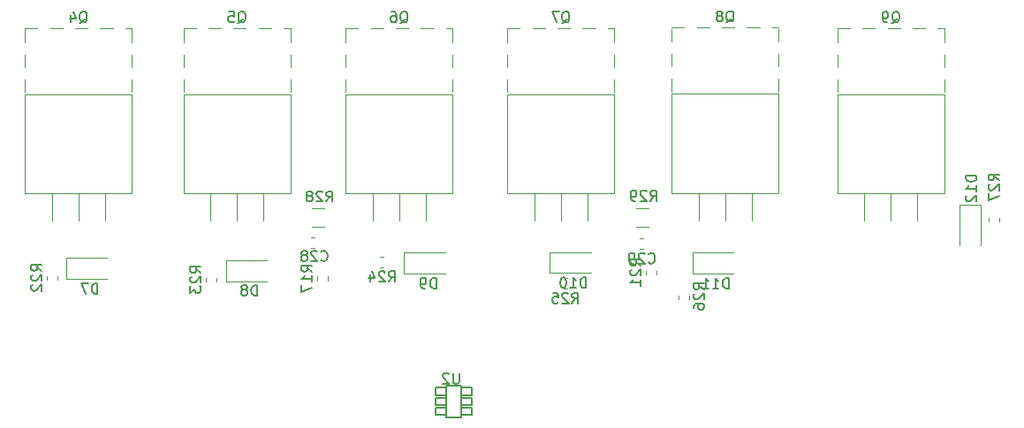
<source format=gbr>
G04 #@! TF.GenerationSoftware,KiCad,Pcbnew,(5.1.2)-1*
G04 #@! TF.CreationDate,2019-10-20T14:10:17-05:00*
G04 #@! TF.ProjectId,MotorController_Hardware,4d6f746f-7243-46f6-9e74-726f6c6c6572,rev?*
G04 #@! TF.SameCoordinates,Original*
G04 #@! TF.FileFunction,Legend,Bot*
G04 #@! TF.FilePolarity,Positive*
%FSLAX46Y46*%
G04 Gerber Fmt 4.6, Leading zero omitted, Abs format (unit mm)*
G04 Created by KiCad (PCBNEW (5.1.2)-1) date 2019-10-20 14:10:17*
%MOMM*%
%LPD*%
G04 APERTURE LIST*
%ADD10C,0.120000*%
%ADD11C,0.150000*%
G04 APERTURE END LIST*
D10*
X127350733Y-74674000D02*
X127693267Y-74674000D01*
X127350733Y-75694000D02*
X127693267Y-75694000D01*
X158846733Y-74801000D02*
X159189267Y-74801000D01*
X158846733Y-75821000D02*
X159189267Y-75821000D01*
X103857500Y-78660500D02*
X107757500Y-78660500D01*
X103857500Y-76660500D02*
X107757500Y-76660500D01*
X103857500Y-78660500D02*
X103857500Y-76660500D01*
X119161000Y-78914500D02*
X123061000Y-78914500D01*
X119161000Y-76914500D02*
X123061000Y-76914500D01*
X119161000Y-78914500D02*
X119161000Y-76914500D01*
X136243500Y-78152500D02*
X140143500Y-78152500D01*
X136243500Y-76152500D02*
X140143500Y-76152500D01*
X136243500Y-78152500D02*
X136243500Y-76152500D01*
X150213500Y-78089000D02*
X150213500Y-76089000D01*
X150213500Y-76089000D02*
X154113500Y-76089000D01*
X150213500Y-78089000D02*
X154113500Y-78089000D01*
X163865000Y-78152500D02*
X163865000Y-76152500D01*
X163865000Y-76152500D02*
X167765000Y-76152500D01*
X163865000Y-78152500D02*
X167765000Y-78152500D01*
X189500000Y-71537000D02*
X189500000Y-75437000D01*
X191500000Y-71537000D02*
X191500000Y-75437000D01*
X189500000Y-71537000D02*
X191500000Y-71537000D01*
X107569000Y-73102000D02*
X107569000Y-70478000D01*
X105029000Y-73102000D02*
X105029000Y-70478000D01*
X102489000Y-73118000D02*
X102489000Y-70478000D01*
X110149000Y-55948000D02*
X110149000Y-54748000D01*
X110149000Y-58348000D02*
X110149000Y-57148000D01*
X110149000Y-60748000D02*
X110149000Y-59548000D01*
X99909000Y-55948000D02*
X99909000Y-54748000D01*
X99909000Y-58348000D02*
X99909000Y-57148000D01*
X99909000Y-60748000D02*
X99909000Y-59548000D01*
X109509000Y-54588000D02*
X110149000Y-54588000D01*
X107109000Y-54588000D02*
X108309000Y-54588000D01*
X104709000Y-54588000D02*
X105909000Y-54588000D01*
X102308000Y-54588000D02*
X103509000Y-54588000D01*
X99909000Y-54588000D02*
X101109000Y-54588000D01*
X110149000Y-70478000D02*
X110149000Y-60988000D01*
X99909000Y-70478000D02*
X99909000Y-60988000D01*
X99909000Y-60988000D02*
X110149000Y-60988000D01*
X99909000Y-70478000D02*
X110149000Y-70478000D01*
X115085500Y-70478000D02*
X125325500Y-70478000D01*
X115085500Y-60988000D02*
X125325500Y-60988000D01*
X115085500Y-70478000D02*
X115085500Y-60988000D01*
X125325500Y-70478000D02*
X125325500Y-60988000D01*
X115085500Y-54588000D02*
X116285500Y-54588000D01*
X117484500Y-54588000D02*
X118685500Y-54588000D01*
X119885500Y-54588000D02*
X121085500Y-54588000D01*
X122285500Y-54588000D02*
X123485500Y-54588000D01*
X124685500Y-54588000D02*
X125325500Y-54588000D01*
X115085500Y-60748000D02*
X115085500Y-59548000D01*
X115085500Y-58348000D02*
X115085500Y-57148000D01*
X115085500Y-55948000D02*
X115085500Y-54748000D01*
X125325500Y-60748000D02*
X125325500Y-59548000D01*
X125325500Y-58348000D02*
X125325500Y-57148000D01*
X125325500Y-55948000D02*
X125325500Y-54748000D01*
X117665500Y-73118000D02*
X117665500Y-70478000D01*
X120205500Y-73102000D02*
X120205500Y-70478000D01*
X122745500Y-73102000D02*
X122745500Y-70478000D01*
X130643000Y-70478000D02*
X140883000Y-70478000D01*
X130643000Y-60988000D02*
X140883000Y-60988000D01*
X130643000Y-70478000D02*
X130643000Y-60988000D01*
X140883000Y-70478000D02*
X140883000Y-60988000D01*
X130643000Y-54588000D02*
X131843000Y-54588000D01*
X133042000Y-54588000D02*
X134243000Y-54588000D01*
X135443000Y-54588000D02*
X136643000Y-54588000D01*
X137843000Y-54588000D02*
X139043000Y-54588000D01*
X140243000Y-54588000D02*
X140883000Y-54588000D01*
X130643000Y-60748000D02*
X130643000Y-59548000D01*
X130643000Y-58348000D02*
X130643000Y-57148000D01*
X130643000Y-55948000D02*
X130643000Y-54748000D01*
X140883000Y-60748000D02*
X140883000Y-59548000D01*
X140883000Y-58348000D02*
X140883000Y-57148000D01*
X140883000Y-55948000D02*
X140883000Y-54748000D01*
X133223000Y-73118000D02*
X133223000Y-70478000D01*
X135763000Y-73102000D02*
X135763000Y-70478000D01*
X138303000Y-73102000D02*
X138303000Y-70478000D01*
X153797000Y-73102000D02*
X153797000Y-70478000D01*
X151257000Y-73102000D02*
X151257000Y-70478000D01*
X148717000Y-73118000D02*
X148717000Y-70478000D01*
X156377000Y-55948000D02*
X156377000Y-54748000D01*
X156377000Y-58348000D02*
X156377000Y-57148000D01*
X156377000Y-60748000D02*
X156377000Y-59548000D01*
X146137000Y-55948000D02*
X146137000Y-54748000D01*
X146137000Y-58348000D02*
X146137000Y-57148000D01*
X146137000Y-60748000D02*
X146137000Y-59548000D01*
X155737000Y-54588000D02*
X156377000Y-54588000D01*
X153337000Y-54588000D02*
X154537000Y-54588000D01*
X150937000Y-54588000D02*
X152137000Y-54588000D01*
X148536000Y-54588000D02*
X149737000Y-54588000D01*
X146137000Y-54588000D02*
X147337000Y-54588000D01*
X156377000Y-70478000D02*
X156377000Y-60988000D01*
X146137000Y-70478000D02*
X146137000Y-60988000D01*
X146137000Y-60988000D02*
X156377000Y-60988000D01*
X146137000Y-70478000D02*
X156377000Y-70478000D01*
X161885000Y-70414500D02*
X172125000Y-70414500D01*
X161885000Y-60924500D02*
X172125000Y-60924500D01*
X161885000Y-70414500D02*
X161885000Y-60924500D01*
X172125000Y-70414500D02*
X172125000Y-60924500D01*
X161885000Y-54524500D02*
X163085000Y-54524500D01*
X164284000Y-54524500D02*
X165485000Y-54524500D01*
X166685000Y-54524500D02*
X167885000Y-54524500D01*
X169085000Y-54524500D02*
X170285000Y-54524500D01*
X171485000Y-54524500D02*
X172125000Y-54524500D01*
X161885000Y-60684500D02*
X161885000Y-59484500D01*
X161885000Y-58284500D02*
X161885000Y-57084500D01*
X161885000Y-55884500D02*
X161885000Y-54684500D01*
X172125000Y-60684500D02*
X172125000Y-59484500D01*
X172125000Y-58284500D02*
X172125000Y-57084500D01*
X172125000Y-55884500D02*
X172125000Y-54684500D01*
X164465000Y-73054500D02*
X164465000Y-70414500D01*
X167005000Y-73038500D02*
X167005000Y-70414500D01*
X169545000Y-73038500D02*
X169545000Y-70414500D01*
X185420000Y-73102000D02*
X185420000Y-70478000D01*
X182880000Y-73102000D02*
X182880000Y-70478000D01*
X180340000Y-73118000D02*
X180340000Y-70478000D01*
X188000000Y-55948000D02*
X188000000Y-54748000D01*
X188000000Y-58348000D02*
X188000000Y-57148000D01*
X188000000Y-60748000D02*
X188000000Y-59548000D01*
X177760000Y-55948000D02*
X177760000Y-54748000D01*
X177760000Y-58348000D02*
X177760000Y-57148000D01*
X177760000Y-60748000D02*
X177760000Y-59548000D01*
X187360000Y-54588000D02*
X188000000Y-54588000D01*
X184960000Y-54588000D02*
X186160000Y-54588000D01*
X182560000Y-54588000D02*
X183760000Y-54588000D01*
X180159000Y-54588000D02*
X181360000Y-54588000D01*
X177760000Y-54588000D02*
X178960000Y-54588000D01*
X188000000Y-70478000D02*
X188000000Y-60988000D01*
X177760000Y-70478000D02*
X177760000Y-60988000D01*
X177760000Y-60988000D02*
X188000000Y-60988000D01*
X177760000Y-70478000D02*
X188000000Y-70478000D01*
X102999000Y-78378233D02*
X102999000Y-78720767D01*
X101979000Y-78378233D02*
X101979000Y-78720767D01*
X118239000Y-78554733D02*
X118239000Y-78897267D01*
X117219000Y-78554733D02*
X117219000Y-78897267D01*
X133940733Y-77535500D02*
X134283267Y-77535500D01*
X133940733Y-76515500D02*
X134283267Y-76515500D01*
X151516233Y-79631000D02*
X151858767Y-79631000D01*
X151516233Y-78611000D02*
X151858767Y-78611000D01*
X162494500Y-80283233D02*
X162494500Y-80625767D01*
X163514500Y-80283233D02*
X163514500Y-80625767D01*
X193296000Y-72839733D02*
X193296000Y-73182267D01*
X192276000Y-72839733D02*
X192276000Y-73182267D01*
X127386936Y-73681000D02*
X128591064Y-73681000D01*
X127386936Y-71861000D02*
X128591064Y-71861000D01*
X158492436Y-71861000D02*
X159696564Y-71861000D01*
X158492436Y-73681000D02*
X159696564Y-73681000D01*
D11*
X140240000Y-89824000D02*
X139240000Y-89824000D01*
X139240000Y-89824000D02*
X139240000Y-89124000D01*
X139240000Y-89124000D02*
X140240000Y-89124000D01*
X140240000Y-91024000D02*
X139240000Y-91024000D01*
X139240000Y-91024000D02*
X139240000Y-91724000D01*
X139240000Y-91724000D02*
X140240000Y-91724000D01*
X139240000Y-90774000D02*
X140240000Y-90774000D01*
X139240000Y-90074000D02*
X139240000Y-90774000D01*
X140240000Y-90074000D02*
X139240000Y-90074000D01*
X142740000Y-90074000D02*
X141740000Y-90074000D01*
X142740000Y-90774000D02*
X142740000Y-90074000D01*
X141740000Y-90774000D02*
X142740000Y-90774000D01*
X142740000Y-91724000D02*
X142740000Y-91024000D01*
X142740000Y-91024000D02*
X141740000Y-91024000D01*
X141740000Y-91724000D02*
X142740000Y-91724000D01*
X142740000Y-89124000D02*
X142740000Y-89824000D01*
X142740000Y-89824000D02*
X141740000Y-89824000D01*
X141740000Y-89124000D02*
X142740000Y-89124000D01*
X141740000Y-88924000D02*
X140240000Y-88924000D01*
X140240000Y-88924000D02*
X140240000Y-91924000D01*
X140240000Y-91924000D02*
X141240000Y-91924000D01*
X141240000Y-91924000D02*
X141740000Y-91924000D01*
X141740000Y-91924000D02*
X141740000Y-88924000D01*
D10*
X159383000Y-77884233D02*
X159383000Y-78226767D01*
X160403000Y-77884233D02*
X160403000Y-78226767D01*
X127887000Y-78455733D02*
X127887000Y-78798267D01*
X128907000Y-78455733D02*
X128907000Y-78798267D01*
D11*
X128277857Y-76874642D02*
X128325476Y-76922261D01*
X128468333Y-76969880D01*
X128563571Y-76969880D01*
X128706428Y-76922261D01*
X128801666Y-76827023D01*
X128849285Y-76731785D01*
X128896904Y-76541309D01*
X128896904Y-76398452D01*
X128849285Y-76207976D01*
X128801666Y-76112738D01*
X128706428Y-76017500D01*
X128563571Y-75969880D01*
X128468333Y-75969880D01*
X128325476Y-76017500D01*
X128277857Y-76065119D01*
X127896904Y-76065119D02*
X127849285Y-76017500D01*
X127754047Y-75969880D01*
X127515952Y-75969880D01*
X127420714Y-76017500D01*
X127373095Y-76065119D01*
X127325476Y-76160357D01*
X127325476Y-76255595D01*
X127373095Y-76398452D01*
X127944523Y-76969880D01*
X127325476Y-76969880D01*
X126754047Y-76398452D02*
X126849285Y-76350833D01*
X126896904Y-76303214D01*
X126944523Y-76207976D01*
X126944523Y-76160357D01*
X126896904Y-76065119D01*
X126849285Y-76017500D01*
X126754047Y-75969880D01*
X126563571Y-75969880D01*
X126468333Y-76017500D01*
X126420714Y-76065119D01*
X126373095Y-76160357D01*
X126373095Y-76207976D01*
X126420714Y-76303214D01*
X126468333Y-76350833D01*
X126563571Y-76398452D01*
X126754047Y-76398452D01*
X126849285Y-76446071D01*
X126896904Y-76493690D01*
X126944523Y-76588928D01*
X126944523Y-76779404D01*
X126896904Y-76874642D01*
X126849285Y-76922261D01*
X126754047Y-76969880D01*
X126563571Y-76969880D01*
X126468333Y-76922261D01*
X126420714Y-76874642D01*
X126373095Y-76779404D01*
X126373095Y-76588928D01*
X126420714Y-76493690D01*
X126468333Y-76446071D01*
X126563571Y-76398452D01*
X159660857Y-77098142D02*
X159708476Y-77145761D01*
X159851333Y-77193380D01*
X159946571Y-77193380D01*
X160089428Y-77145761D01*
X160184666Y-77050523D01*
X160232285Y-76955285D01*
X160279904Y-76764809D01*
X160279904Y-76621952D01*
X160232285Y-76431476D01*
X160184666Y-76336238D01*
X160089428Y-76241000D01*
X159946571Y-76193380D01*
X159851333Y-76193380D01*
X159708476Y-76241000D01*
X159660857Y-76288619D01*
X159279904Y-76288619D02*
X159232285Y-76241000D01*
X159137047Y-76193380D01*
X158898952Y-76193380D01*
X158803714Y-76241000D01*
X158756095Y-76288619D01*
X158708476Y-76383857D01*
X158708476Y-76479095D01*
X158756095Y-76621952D01*
X159327523Y-77193380D01*
X158708476Y-77193380D01*
X158232285Y-77193380D02*
X158041809Y-77193380D01*
X157946571Y-77145761D01*
X157898952Y-77098142D01*
X157803714Y-76955285D01*
X157756095Y-76764809D01*
X157756095Y-76383857D01*
X157803714Y-76288619D01*
X157851333Y-76241000D01*
X157946571Y-76193380D01*
X158137047Y-76193380D01*
X158232285Y-76241000D01*
X158279904Y-76288619D01*
X158327523Y-76383857D01*
X158327523Y-76621952D01*
X158279904Y-76717190D01*
X158232285Y-76764809D01*
X158137047Y-76812428D01*
X157946571Y-76812428D01*
X157851333Y-76764809D01*
X157803714Y-76717190D01*
X157756095Y-76621952D01*
X106845595Y-80112880D02*
X106845595Y-79112880D01*
X106607500Y-79112880D01*
X106464642Y-79160500D01*
X106369404Y-79255738D01*
X106321785Y-79350976D01*
X106274166Y-79541452D01*
X106274166Y-79684309D01*
X106321785Y-79874785D01*
X106369404Y-79970023D01*
X106464642Y-80065261D01*
X106607500Y-80112880D01*
X106845595Y-80112880D01*
X105940833Y-79112880D02*
X105274166Y-79112880D01*
X105702738Y-80112880D01*
X122150095Y-80271880D02*
X122150095Y-79271880D01*
X121912000Y-79271880D01*
X121769142Y-79319500D01*
X121673904Y-79414738D01*
X121626285Y-79509976D01*
X121578666Y-79700452D01*
X121578666Y-79843309D01*
X121626285Y-80033785D01*
X121673904Y-80129023D01*
X121769142Y-80224261D01*
X121912000Y-80271880D01*
X122150095Y-80271880D01*
X121007238Y-79700452D02*
X121102476Y-79652833D01*
X121150095Y-79605214D01*
X121197714Y-79509976D01*
X121197714Y-79462357D01*
X121150095Y-79367119D01*
X121102476Y-79319500D01*
X121007238Y-79271880D01*
X120816761Y-79271880D01*
X120721523Y-79319500D01*
X120673904Y-79367119D01*
X120626285Y-79462357D01*
X120626285Y-79509976D01*
X120673904Y-79605214D01*
X120721523Y-79652833D01*
X120816761Y-79700452D01*
X121007238Y-79700452D01*
X121102476Y-79748071D01*
X121150095Y-79795690D01*
X121197714Y-79890928D01*
X121197714Y-80081404D01*
X121150095Y-80176642D01*
X121102476Y-80224261D01*
X121007238Y-80271880D01*
X120816761Y-80271880D01*
X120721523Y-80224261D01*
X120673904Y-80176642D01*
X120626285Y-80081404D01*
X120626285Y-79890928D01*
X120673904Y-79795690D01*
X120721523Y-79748071D01*
X120816761Y-79700452D01*
X139295095Y-79573380D02*
X139295095Y-78573380D01*
X139057000Y-78573380D01*
X138914142Y-78621000D01*
X138818904Y-78716238D01*
X138771285Y-78811476D01*
X138723666Y-79001952D01*
X138723666Y-79144809D01*
X138771285Y-79335285D01*
X138818904Y-79430523D01*
X138914142Y-79525761D01*
X139057000Y-79573380D01*
X139295095Y-79573380D01*
X138247476Y-79573380D02*
X138057000Y-79573380D01*
X137961761Y-79525761D01*
X137914142Y-79478142D01*
X137818904Y-79335285D01*
X137771285Y-79144809D01*
X137771285Y-78763857D01*
X137818904Y-78668619D01*
X137866523Y-78621000D01*
X137961761Y-78573380D01*
X138152238Y-78573380D01*
X138247476Y-78621000D01*
X138295095Y-78668619D01*
X138342714Y-78763857D01*
X138342714Y-79001952D01*
X138295095Y-79097190D01*
X138247476Y-79144809D01*
X138152238Y-79192428D01*
X137961761Y-79192428D01*
X137866523Y-79144809D01*
X137818904Y-79097190D01*
X137771285Y-79001952D01*
X153677785Y-79541380D02*
X153677785Y-78541380D01*
X153439690Y-78541380D01*
X153296833Y-78589000D01*
X153201595Y-78684238D01*
X153153976Y-78779476D01*
X153106357Y-78969952D01*
X153106357Y-79112809D01*
X153153976Y-79303285D01*
X153201595Y-79398523D01*
X153296833Y-79493761D01*
X153439690Y-79541380D01*
X153677785Y-79541380D01*
X152153976Y-79541380D02*
X152725404Y-79541380D01*
X152439690Y-79541380D02*
X152439690Y-78541380D01*
X152534928Y-78684238D01*
X152630166Y-78779476D01*
X152725404Y-78827095D01*
X151534928Y-78541380D02*
X151439690Y-78541380D01*
X151344452Y-78589000D01*
X151296833Y-78636619D01*
X151249214Y-78731857D01*
X151201595Y-78922333D01*
X151201595Y-79160428D01*
X151249214Y-79350904D01*
X151296833Y-79446142D01*
X151344452Y-79493761D01*
X151439690Y-79541380D01*
X151534928Y-79541380D01*
X151630166Y-79493761D01*
X151677785Y-79446142D01*
X151725404Y-79350904D01*
X151773023Y-79160428D01*
X151773023Y-78922333D01*
X151725404Y-78731857D01*
X151677785Y-78636619D01*
X151630166Y-78589000D01*
X151534928Y-78541380D01*
X167329285Y-79604880D02*
X167329285Y-78604880D01*
X167091190Y-78604880D01*
X166948333Y-78652500D01*
X166853095Y-78747738D01*
X166805476Y-78842976D01*
X166757857Y-79033452D01*
X166757857Y-79176309D01*
X166805476Y-79366785D01*
X166853095Y-79462023D01*
X166948333Y-79557261D01*
X167091190Y-79604880D01*
X167329285Y-79604880D01*
X165805476Y-79604880D02*
X166376904Y-79604880D01*
X166091190Y-79604880D02*
X166091190Y-78604880D01*
X166186428Y-78747738D01*
X166281666Y-78842976D01*
X166376904Y-78890595D01*
X164853095Y-79604880D02*
X165424523Y-79604880D01*
X165138809Y-79604880D02*
X165138809Y-78604880D01*
X165234047Y-78747738D01*
X165329285Y-78842976D01*
X165424523Y-78890595D01*
X191079380Y-68762714D02*
X190079380Y-68762714D01*
X190079380Y-69000809D01*
X190127000Y-69143666D01*
X190222238Y-69238904D01*
X190317476Y-69286523D01*
X190507952Y-69334142D01*
X190650809Y-69334142D01*
X190841285Y-69286523D01*
X190936523Y-69238904D01*
X191031761Y-69143666D01*
X191079380Y-69000809D01*
X191079380Y-68762714D01*
X191079380Y-70286523D02*
X191079380Y-69715095D01*
X191079380Y-70000809D02*
X190079380Y-70000809D01*
X190222238Y-69905571D01*
X190317476Y-69810333D01*
X190365095Y-69715095D01*
X190174619Y-70667476D02*
X190127000Y-70715095D01*
X190079380Y-70810333D01*
X190079380Y-71048428D01*
X190127000Y-71143666D01*
X190174619Y-71191285D01*
X190269857Y-71238904D01*
X190365095Y-71238904D01*
X190507952Y-71191285D01*
X191079380Y-70619857D01*
X191079380Y-71238904D01*
X105124238Y-54135619D02*
X105219476Y-54088000D01*
X105314714Y-53992761D01*
X105457571Y-53849904D01*
X105552809Y-53802285D01*
X105648047Y-53802285D01*
X105600428Y-54040380D02*
X105695666Y-53992761D01*
X105790904Y-53897523D01*
X105838523Y-53707047D01*
X105838523Y-53373714D01*
X105790904Y-53183238D01*
X105695666Y-53088000D01*
X105600428Y-53040380D01*
X105409952Y-53040380D01*
X105314714Y-53088000D01*
X105219476Y-53183238D01*
X105171857Y-53373714D01*
X105171857Y-53707047D01*
X105219476Y-53897523D01*
X105314714Y-53992761D01*
X105409952Y-54040380D01*
X105600428Y-54040380D01*
X104314714Y-53373714D02*
X104314714Y-54040380D01*
X104552809Y-52992761D02*
X104790904Y-53707047D01*
X104171857Y-53707047D01*
X120300738Y-54135619D02*
X120395976Y-54088000D01*
X120491214Y-53992761D01*
X120634071Y-53849904D01*
X120729309Y-53802285D01*
X120824547Y-53802285D01*
X120776928Y-54040380D02*
X120872166Y-53992761D01*
X120967404Y-53897523D01*
X121015023Y-53707047D01*
X121015023Y-53373714D01*
X120967404Y-53183238D01*
X120872166Y-53088000D01*
X120776928Y-53040380D01*
X120586452Y-53040380D01*
X120491214Y-53088000D01*
X120395976Y-53183238D01*
X120348357Y-53373714D01*
X120348357Y-53707047D01*
X120395976Y-53897523D01*
X120491214Y-53992761D01*
X120586452Y-54040380D01*
X120776928Y-54040380D01*
X119443595Y-53040380D02*
X119919785Y-53040380D01*
X119967404Y-53516571D01*
X119919785Y-53468952D01*
X119824547Y-53421333D01*
X119586452Y-53421333D01*
X119491214Y-53468952D01*
X119443595Y-53516571D01*
X119395976Y-53611809D01*
X119395976Y-53849904D01*
X119443595Y-53945142D01*
X119491214Y-53992761D01*
X119586452Y-54040380D01*
X119824547Y-54040380D01*
X119919785Y-53992761D01*
X119967404Y-53945142D01*
X135858238Y-54135619D02*
X135953476Y-54088000D01*
X136048714Y-53992761D01*
X136191571Y-53849904D01*
X136286809Y-53802285D01*
X136382047Y-53802285D01*
X136334428Y-54040380D02*
X136429666Y-53992761D01*
X136524904Y-53897523D01*
X136572523Y-53707047D01*
X136572523Y-53373714D01*
X136524904Y-53183238D01*
X136429666Y-53088000D01*
X136334428Y-53040380D01*
X136143952Y-53040380D01*
X136048714Y-53088000D01*
X135953476Y-53183238D01*
X135905857Y-53373714D01*
X135905857Y-53707047D01*
X135953476Y-53897523D01*
X136048714Y-53992761D01*
X136143952Y-54040380D01*
X136334428Y-54040380D01*
X135048714Y-53040380D02*
X135239190Y-53040380D01*
X135334428Y-53088000D01*
X135382047Y-53135619D01*
X135477285Y-53278476D01*
X135524904Y-53468952D01*
X135524904Y-53849904D01*
X135477285Y-53945142D01*
X135429666Y-53992761D01*
X135334428Y-54040380D01*
X135143952Y-54040380D01*
X135048714Y-53992761D01*
X135001095Y-53945142D01*
X134953476Y-53849904D01*
X134953476Y-53611809D01*
X135001095Y-53516571D01*
X135048714Y-53468952D01*
X135143952Y-53421333D01*
X135334428Y-53421333D01*
X135429666Y-53468952D01*
X135477285Y-53516571D01*
X135524904Y-53611809D01*
X151352238Y-54135619D02*
X151447476Y-54088000D01*
X151542714Y-53992761D01*
X151685571Y-53849904D01*
X151780809Y-53802285D01*
X151876047Y-53802285D01*
X151828428Y-54040380D02*
X151923666Y-53992761D01*
X152018904Y-53897523D01*
X152066523Y-53707047D01*
X152066523Y-53373714D01*
X152018904Y-53183238D01*
X151923666Y-53088000D01*
X151828428Y-53040380D01*
X151637952Y-53040380D01*
X151542714Y-53088000D01*
X151447476Y-53183238D01*
X151399857Y-53373714D01*
X151399857Y-53707047D01*
X151447476Y-53897523D01*
X151542714Y-53992761D01*
X151637952Y-54040380D01*
X151828428Y-54040380D01*
X151066523Y-53040380D02*
X150399857Y-53040380D01*
X150828428Y-54040380D01*
X167100238Y-54072119D02*
X167195476Y-54024500D01*
X167290714Y-53929261D01*
X167433571Y-53786404D01*
X167528809Y-53738785D01*
X167624047Y-53738785D01*
X167576428Y-53976880D02*
X167671666Y-53929261D01*
X167766904Y-53834023D01*
X167814523Y-53643547D01*
X167814523Y-53310214D01*
X167766904Y-53119738D01*
X167671666Y-53024500D01*
X167576428Y-52976880D01*
X167385952Y-52976880D01*
X167290714Y-53024500D01*
X167195476Y-53119738D01*
X167147857Y-53310214D01*
X167147857Y-53643547D01*
X167195476Y-53834023D01*
X167290714Y-53929261D01*
X167385952Y-53976880D01*
X167576428Y-53976880D01*
X166576428Y-53405452D02*
X166671666Y-53357833D01*
X166719285Y-53310214D01*
X166766904Y-53214976D01*
X166766904Y-53167357D01*
X166719285Y-53072119D01*
X166671666Y-53024500D01*
X166576428Y-52976880D01*
X166385952Y-52976880D01*
X166290714Y-53024500D01*
X166243095Y-53072119D01*
X166195476Y-53167357D01*
X166195476Y-53214976D01*
X166243095Y-53310214D01*
X166290714Y-53357833D01*
X166385952Y-53405452D01*
X166576428Y-53405452D01*
X166671666Y-53453071D01*
X166719285Y-53500690D01*
X166766904Y-53595928D01*
X166766904Y-53786404D01*
X166719285Y-53881642D01*
X166671666Y-53929261D01*
X166576428Y-53976880D01*
X166385952Y-53976880D01*
X166290714Y-53929261D01*
X166243095Y-53881642D01*
X166195476Y-53786404D01*
X166195476Y-53595928D01*
X166243095Y-53500690D01*
X166290714Y-53453071D01*
X166385952Y-53405452D01*
X182975238Y-54135619D02*
X183070476Y-54088000D01*
X183165714Y-53992761D01*
X183308571Y-53849904D01*
X183403809Y-53802285D01*
X183499047Y-53802285D01*
X183451428Y-54040380D02*
X183546666Y-53992761D01*
X183641904Y-53897523D01*
X183689523Y-53707047D01*
X183689523Y-53373714D01*
X183641904Y-53183238D01*
X183546666Y-53088000D01*
X183451428Y-53040380D01*
X183260952Y-53040380D01*
X183165714Y-53088000D01*
X183070476Y-53183238D01*
X183022857Y-53373714D01*
X183022857Y-53707047D01*
X183070476Y-53897523D01*
X183165714Y-53992761D01*
X183260952Y-54040380D01*
X183451428Y-54040380D01*
X182546666Y-54040380D02*
X182356190Y-54040380D01*
X182260952Y-53992761D01*
X182213333Y-53945142D01*
X182118095Y-53802285D01*
X182070476Y-53611809D01*
X182070476Y-53230857D01*
X182118095Y-53135619D01*
X182165714Y-53088000D01*
X182260952Y-53040380D01*
X182451428Y-53040380D01*
X182546666Y-53088000D01*
X182594285Y-53135619D01*
X182641904Y-53230857D01*
X182641904Y-53468952D01*
X182594285Y-53564190D01*
X182546666Y-53611809D01*
X182451428Y-53659428D01*
X182260952Y-53659428D01*
X182165714Y-53611809D01*
X182118095Y-53564190D01*
X182070476Y-53468952D01*
X101511380Y-77906642D02*
X101035190Y-77573309D01*
X101511380Y-77335214D02*
X100511380Y-77335214D01*
X100511380Y-77716166D01*
X100559000Y-77811404D01*
X100606619Y-77859023D01*
X100701857Y-77906642D01*
X100844714Y-77906642D01*
X100939952Y-77859023D01*
X100987571Y-77811404D01*
X101035190Y-77716166D01*
X101035190Y-77335214D01*
X100606619Y-78287595D02*
X100559000Y-78335214D01*
X100511380Y-78430452D01*
X100511380Y-78668547D01*
X100559000Y-78763785D01*
X100606619Y-78811404D01*
X100701857Y-78859023D01*
X100797095Y-78859023D01*
X100939952Y-78811404D01*
X101511380Y-78239976D01*
X101511380Y-78859023D01*
X100606619Y-79239976D02*
X100559000Y-79287595D01*
X100511380Y-79382833D01*
X100511380Y-79620928D01*
X100559000Y-79716166D01*
X100606619Y-79763785D01*
X100701857Y-79811404D01*
X100797095Y-79811404D01*
X100939952Y-79763785D01*
X101511380Y-79192357D01*
X101511380Y-79811404D01*
X116751380Y-78083142D02*
X116275190Y-77749809D01*
X116751380Y-77511714D02*
X115751380Y-77511714D01*
X115751380Y-77892666D01*
X115799000Y-77987904D01*
X115846619Y-78035523D01*
X115941857Y-78083142D01*
X116084714Y-78083142D01*
X116179952Y-78035523D01*
X116227571Y-77987904D01*
X116275190Y-77892666D01*
X116275190Y-77511714D01*
X115846619Y-78464095D02*
X115799000Y-78511714D01*
X115751380Y-78606952D01*
X115751380Y-78845047D01*
X115799000Y-78940285D01*
X115846619Y-78987904D01*
X115941857Y-79035523D01*
X116037095Y-79035523D01*
X116179952Y-78987904D01*
X116751380Y-78416476D01*
X116751380Y-79035523D01*
X115751380Y-79368857D02*
X115751380Y-79987904D01*
X116132333Y-79654571D01*
X116132333Y-79797428D01*
X116179952Y-79892666D01*
X116227571Y-79940285D01*
X116322809Y-79987904D01*
X116560904Y-79987904D01*
X116656142Y-79940285D01*
X116703761Y-79892666D01*
X116751380Y-79797428D01*
X116751380Y-79511714D01*
X116703761Y-79416476D01*
X116656142Y-79368857D01*
X134754857Y-78938380D02*
X135088190Y-78462190D01*
X135326285Y-78938380D02*
X135326285Y-77938380D01*
X134945333Y-77938380D01*
X134850095Y-77986000D01*
X134802476Y-78033619D01*
X134754857Y-78128857D01*
X134754857Y-78271714D01*
X134802476Y-78366952D01*
X134850095Y-78414571D01*
X134945333Y-78462190D01*
X135326285Y-78462190D01*
X134373904Y-78033619D02*
X134326285Y-77986000D01*
X134231047Y-77938380D01*
X133992952Y-77938380D01*
X133897714Y-77986000D01*
X133850095Y-78033619D01*
X133802476Y-78128857D01*
X133802476Y-78224095D01*
X133850095Y-78366952D01*
X134421523Y-78938380D01*
X133802476Y-78938380D01*
X132945333Y-78271714D02*
X132945333Y-78938380D01*
X133183428Y-77890761D02*
X133421523Y-78605047D01*
X132802476Y-78605047D01*
X152330357Y-81003380D02*
X152663690Y-80527190D01*
X152901785Y-81003380D02*
X152901785Y-80003380D01*
X152520833Y-80003380D01*
X152425595Y-80051000D01*
X152377976Y-80098619D01*
X152330357Y-80193857D01*
X152330357Y-80336714D01*
X152377976Y-80431952D01*
X152425595Y-80479571D01*
X152520833Y-80527190D01*
X152901785Y-80527190D01*
X151949404Y-80098619D02*
X151901785Y-80051000D01*
X151806547Y-80003380D01*
X151568452Y-80003380D01*
X151473214Y-80051000D01*
X151425595Y-80098619D01*
X151377976Y-80193857D01*
X151377976Y-80289095D01*
X151425595Y-80431952D01*
X151997023Y-81003380D01*
X151377976Y-81003380D01*
X150473214Y-80003380D02*
X150949404Y-80003380D01*
X150997023Y-80479571D01*
X150949404Y-80431952D01*
X150854166Y-80384333D01*
X150616071Y-80384333D01*
X150520833Y-80431952D01*
X150473214Y-80479571D01*
X150425595Y-80574809D01*
X150425595Y-80812904D01*
X150473214Y-80908142D01*
X150520833Y-80955761D01*
X150616071Y-81003380D01*
X150854166Y-81003380D01*
X150949404Y-80955761D01*
X150997023Y-80908142D01*
X164980880Y-79684642D02*
X164504690Y-79351309D01*
X164980880Y-79113214D02*
X163980880Y-79113214D01*
X163980880Y-79494166D01*
X164028500Y-79589404D01*
X164076119Y-79637023D01*
X164171357Y-79684642D01*
X164314214Y-79684642D01*
X164409452Y-79637023D01*
X164457071Y-79589404D01*
X164504690Y-79494166D01*
X164504690Y-79113214D01*
X164076119Y-80065595D02*
X164028500Y-80113214D01*
X163980880Y-80208452D01*
X163980880Y-80446547D01*
X164028500Y-80541785D01*
X164076119Y-80589404D01*
X164171357Y-80637023D01*
X164266595Y-80637023D01*
X164409452Y-80589404D01*
X164980880Y-80017976D01*
X164980880Y-80637023D01*
X163980880Y-81494166D02*
X163980880Y-81303690D01*
X164028500Y-81208452D01*
X164076119Y-81160833D01*
X164218976Y-81065595D01*
X164409452Y-81017976D01*
X164790404Y-81017976D01*
X164885642Y-81065595D01*
X164933261Y-81113214D01*
X164980880Y-81208452D01*
X164980880Y-81398928D01*
X164933261Y-81494166D01*
X164885642Y-81541785D01*
X164790404Y-81589404D01*
X164552309Y-81589404D01*
X164457071Y-81541785D01*
X164409452Y-81494166D01*
X164361833Y-81398928D01*
X164361833Y-81208452D01*
X164409452Y-81113214D01*
X164457071Y-81065595D01*
X164552309Y-81017976D01*
X193238380Y-69207142D02*
X192762190Y-68873809D01*
X193238380Y-68635714D02*
X192238380Y-68635714D01*
X192238380Y-69016666D01*
X192286000Y-69111904D01*
X192333619Y-69159523D01*
X192428857Y-69207142D01*
X192571714Y-69207142D01*
X192666952Y-69159523D01*
X192714571Y-69111904D01*
X192762190Y-69016666D01*
X192762190Y-68635714D01*
X192333619Y-69588095D02*
X192286000Y-69635714D01*
X192238380Y-69730952D01*
X192238380Y-69969047D01*
X192286000Y-70064285D01*
X192333619Y-70111904D01*
X192428857Y-70159523D01*
X192524095Y-70159523D01*
X192666952Y-70111904D01*
X193238380Y-69540476D01*
X193238380Y-70159523D01*
X192238380Y-70492857D02*
X192238380Y-71159523D01*
X193238380Y-70730952D01*
X128785857Y-71254880D02*
X129119190Y-70778690D01*
X129357285Y-71254880D02*
X129357285Y-70254880D01*
X128976333Y-70254880D01*
X128881095Y-70302500D01*
X128833476Y-70350119D01*
X128785857Y-70445357D01*
X128785857Y-70588214D01*
X128833476Y-70683452D01*
X128881095Y-70731071D01*
X128976333Y-70778690D01*
X129357285Y-70778690D01*
X128404904Y-70350119D02*
X128357285Y-70302500D01*
X128262047Y-70254880D01*
X128023952Y-70254880D01*
X127928714Y-70302500D01*
X127881095Y-70350119D01*
X127833476Y-70445357D01*
X127833476Y-70540595D01*
X127881095Y-70683452D01*
X128452523Y-71254880D01*
X127833476Y-71254880D01*
X127262047Y-70683452D02*
X127357285Y-70635833D01*
X127404904Y-70588214D01*
X127452523Y-70492976D01*
X127452523Y-70445357D01*
X127404904Y-70350119D01*
X127357285Y-70302500D01*
X127262047Y-70254880D01*
X127071571Y-70254880D01*
X126976333Y-70302500D01*
X126928714Y-70350119D01*
X126881095Y-70445357D01*
X126881095Y-70492976D01*
X126928714Y-70588214D01*
X126976333Y-70635833D01*
X127071571Y-70683452D01*
X127262047Y-70683452D01*
X127357285Y-70731071D01*
X127404904Y-70778690D01*
X127452523Y-70873928D01*
X127452523Y-71064404D01*
X127404904Y-71159642D01*
X127357285Y-71207261D01*
X127262047Y-71254880D01*
X127071571Y-71254880D01*
X126976333Y-71207261D01*
X126928714Y-71159642D01*
X126881095Y-71064404D01*
X126881095Y-70873928D01*
X126928714Y-70778690D01*
X126976333Y-70731071D01*
X127071571Y-70683452D01*
X159837357Y-71191380D02*
X160170690Y-70715190D01*
X160408785Y-71191380D02*
X160408785Y-70191380D01*
X160027833Y-70191380D01*
X159932595Y-70239000D01*
X159884976Y-70286619D01*
X159837357Y-70381857D01*
X159837357Y-70524714D01*
X159884976Y-70619952D01*
X159932595Y-70667571D01*
X160027833Y-70715190D01*
X160408785Y-70715190D01*
X159456404Y-70286619D02*
X159408785Y-70239000D01*
X159313547Y-70191380D01*
X159075452Y-70191380D01*
X158980214Y-70239000D01*
X158932595Y-70286619D01*
X158884976Y-70381857D01*
X158884976Y-70477095D01*
X158932595Y-70619952D01*
X159504023Y-71191380D01*
X158884976Y-71191380D01*
X158408785Y-71191380D02*
X158218309Y-71191380D01*
X158123071Y-71143761D01*
X158075452Y-71096142D01*
X157980214Y-70953285D01*
X157932595Y-70762809D01*
X157932595Y-70381857D01*
X157980214Y-70286619D01*
X158027833Y-70239000D01*
X158123071Y-70191380D01*
X158313547Y-70191380D01*
X158408785Y-70239000D01*
X158456404Y-70286619D01*
X158504023Y-70381857D01*
X158504023Y-70619952D01*
X158456404Y-70715190D01*
X158408785Y-70762809D01*
X158313547Y-70810428D01*
X158123071Y-70810428D01*
X158027833Y-70762809D01*
X157980214Y-70715190D01*
X157932595Y-70619952D01*
X141509904Y-87717380D02*
X141509904Y-88526904D01*
X141462285Y-88622142D01*
X141414666Y-88669761D01*
X141319428Y-88717380D01*
X141128952Y-88717380D01*
X141033714Y-88669761D01*
X140986095Y-88622142D01*
X140938476Y-88526904D01*
X140938476Y-87717380D01*
X140509904Y-87812619D02*
X140462285Y-87765000D01*
X140367047Y-87717380D01*
X140128952Y-87717380D01*
X140033714Y-87765000D01*
X139986095Y-87812619D01*
X139938476Y-87907857D01*
X139938476Y-88003095D01*
X139986095Y-88145952D01*
X140557523Y-88717380D01*
X139938476Y-88717380D01*
X158915380Y-77412642D02*
X158439190Y-77079309D01*
X158915380Y-76841214D02*
X157915380Y-76841214D01*
X157915380Y-77222166D01*
X157963000Y-77317404D01*
X158010619Y-77365023D01*
X158105857Y-77412642D01*
X158248714Y-77412642D01*
X158343952Y-77365023D01*
X158391571Y-77317404D01*
X158439190Y-77222166D01*
X158439190Y-76841214D01*
X158010619Y-77793595D02*
X157963000Y-77841214D01*
X157915380Y-77936452D01*
X157915380Y-78174547D01*
X157963000Y-78269785D01*
X158010619Y-78317404D01*
X158105857Y-78365023D01*
X158201095Y-78365023D01*
X158343952Y-78317404D01*
X158915380Y-77745976D01*
X158915380Y-78365023D01*
X158915380Y-79317404D02*
X158915380Y-78745976D01*
X158915380Y-79031690D02*
X157915380Y-79031690D01*
X158058238Y-78936452D01*
X158153476Y-78841214D01*
X158201095Y-78745976D01*
X127419380Y-77984142D02*
X126943190Y-77650809D01*
X127419380Y-77412714D02*
X126419380Y-77412714D01*
X126419380Y-77793666D01*
X126467000Y-77888904D01*
X126514619Y-77936523D01*
X126609857Y-77984142D01*
X126752714Y-77984142D01*
X126847952Y-77936523D01*
X126895571Y-77888904D01*
X126943190Y-77793666D01*
X126943190Y-77412714D01*
X127419380Y-78936523D02*
X127419380Y-78365095D01*
X127419380Y-78650809D02*
X126419380Y-78650809D01*
X126562238Y-78555571D01*
X126657476Y-78460333D01*
X126705095Y-78365095D01*
X126419380Y-79269857D02*
X126419380Y-79936523D01*
X127419380Y-79507952D01*
M02*

</source>
